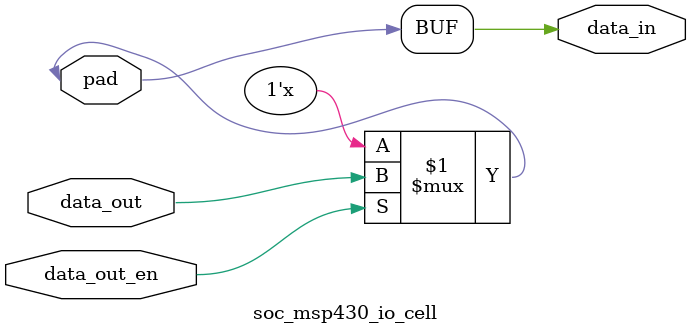
<source format=sv>

/* Copyright (c) 2015-2016 by the author(s)
 *
 * Permission is hereby granted, free of charge, to any person obtaining a copy
 * of this software and associated documentation files (the "Software"), to deal
 * in the Software without restriction, including without limitation the rights
 * to use, copy, modify, merge, publish, distribute, sublicense, and/or sell
 * copies of the Software, and to permit persons to whom the Software is
 * furnished to do so, subject to the following conditions:
 *
 * The above copyright notice and this permission notice shall be included in
 * all copies or substantial portions of the Software.
 *
 * THE SOFTWARE IS PROVIDED "AS IS", WITHOUT WARRANTY OF ANY KIND, EXPRESS OR
 * IMPLIED, INCLUDING BUT NOT LIMITED TO THE WARRANTIES OF MERCHANTABILITY,
 * FITNESS FOR A PARTICULAR PURPOSE AND NONINFRINGEMENT. IN NO EVENT SHALL THE
 * AUTHORS OR COPYRIGHT HOLDERS BE LIABLE FOR ANY CLAIM, DAMAGES OR OTHER
 * LIABILITY, WHETHER IN AN ACTION OF CONTRACT, TORT OR OTHERWISE, ARISING FROM,
 * OUT OF OR IN CONNECTION WITH THE SOFTWARE OR THE USE OR OTHER DEALINGS IN
 * THE SOFTWARE.
 *
 * =============================================================================
 * Author(s):
 *   Paco Reina Campo <pacoreinacampo@queenfield.tech>
 */

module soc_msp430_io_cell (
  // INOUTs
  inout pad,  // I/O Pad

  // OUTPUTs
  output data_in,  // Input value

  // INPUTs
  input data_out_en,  // Output enable
  input data_out      // Output value
);

  //=============================================================================
  // 1)  I/O CELL
  //=============================================================================

  assign data_in = pad;
  assign pad     = data_out_en ? data_out : 1'bz;
endmodule  // io_cell

</source>
